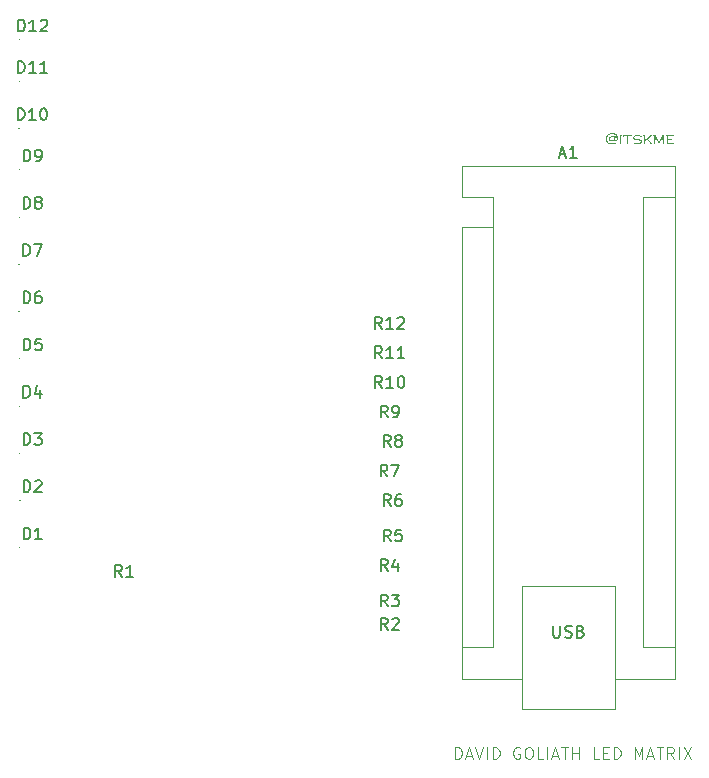
<source format=gbr>
%TF.GenerationSoftware,KiCad,Pcbnew,8.0.3*%
%TF.CreationDate,2024-08-30T12:54:20-04:00*%
%TF.ProjectId,matrix,6d617472-6978-42e6-9b69-6361645f7063,rev?*%
%TF.SameCoordinates,Original*%
%TF.FileFunction,Legend,Top*%
%TF.FilePolarity,Positive*%
%FSLAX46Y46*%
G04 Gerber Fmt 4.6, Leading zero omitted, Abs format (unit mm)*
G04 Created by KiCad (PCBNEW 8.0.3) date 2024-08-30 12:54:20*
%MOMM*%
%LPD*%
G01*
G04 APERTURE LIST*
%ADD10C,0.100000*%
%ADD11C,0.150000*%
%ADD12C,0.120000*%
G04 APERTURE END LIST*
D10*
X84803884Y-134372419D02*
X84803884Y-133372419D01*
X84803884Y-133372419D02*
X85041979Y-133372419D01*
X85041979Y-133372419D02*
X85184836Y-133420038D01*
X85184836Y-133420038D02*
X85280074Y-133515276D01*
X85280074Y-133515276D02*
X85327693Y-133610514D01*
X85327693Y-133610514D02*
X85375312Y-133800990D01*
X85375312Y-133800990D02*
X85375312Y-133943847D01*
X85375312Y-133943847D02*
X85327693Y-134134323D01*
X85327693Y-134134323D02*
X85280074Y-134229561D01*
X85280074Y-134229561D02*
X85184836Y-134324800D01*
X85184836Y-134324800D02*
X85041979Y-134372419D01*
X85041979Y-134372419D02*
X84803884Y-134372419D01*
X85756265Y-134086704D02*
X86232455Y-134086704D01*
X85661027Y-134372419D02*
X85994360Y-133372419D01*
X85994360Y-133372419D02*
X86327693Y-134372419D01*
X86518170Y-133372419D02*
X86851503Y-134372419D01*
X86851503Y-134372419D02*
X87184836Y-133372419D01*
X87518170Y-134372419D02*
X87518170Y-133372419D01*
X87994360Y-134372419D02*
X87994360Y-133372419D01*
X87994360Y-133372419D02*
X88232455Y-133372419D01*
X88232455Y-133372419D02*
X88375312Y-133420038D01*
X88375312Y-133420038D02*
X88470550Y-133515276D01*
X88470550Y-133515276D02*
X88518169Y-133610514D01*
X88518169Y-133610514D02*
X88565788Y-133800990D01*
X88565788Y-133800990D02*
X88565788Y-133943847D01*
X88565788Y-133943847D02*
X88518169Y-134134323D01*
X88518169Y-134134323D02*
X88470550Y-134229561D01*
X88470550Y-134229561D02*
X88375312Y-134324800D01*
X88375312Y-134324800D02*
X88232455Y-134372419D01*
X88232455Y-134372419D02*
X87994360Y-134372419D01*
X90280074Y-133420038D02*
X90184836Y-133372419D01*
X90184836Y-133372419D02*
X90041979Y-133372419D01*
X90041979Y-133372419D02*
X89899122Y-133420038D01*
X89899122Y-133420038D02*
X89803884Y-133515276D01*
X89803884Y-133515276D02*
X89756265Y-133610514D01*
X89756265Y-133610514D02*
X89708646Y-133800990D01*
X89708646Y-133800990D02*
X89708646Y-133943847D01*
X89708646Y-133943847D02*
X89756265Y-134134323D01*
X89756265Y-134134323D02*
X89803884Y-134229561D01*
X89803884Y-134229561D02*
X89899122Y-134324800D01*
X89899122Y-134324800D02*
X90041979Y-134372419D01*
X90041979Y-134372419D02*
X90137217Y-134372419D01*
X90137217Y-134372419D02*
X90280074Y-134324800D01*
X90280074Y-134324800D02*
X90327693Y-134277180D01*
X90327693Y-134277180D02*
X90327693Y-133943847D01*
X90327693Y-133943847D02*
X90137217Y-133943847D01*
X90946741Y-133372419D02*
X91137217Y-133372419D01*
X91137217Y-133372419D02*
X91232455Y-133420038D01*
X91232455Y-133420038D02*
X91327693Y-133515276D01*
X91327693Y-133515276D02*
X91375312Y-133705752D01*
X91375312Y-133705752D02*
X91375312Y-134039085D01*
X91375312Y-134039085D02*
X91327693Y-134229561D01*
X91327693Y-134229561D02*
X91232455Y-134324800D01*
X91232455Y-134324800D02*
X91137217Y-134372419D01*
X91137217Y-134372419D02*
X90946741Y-134372419D01*
X90946741Y-134372419D02*
X90851503Y-134324800D01*
X90851503Y-134324800D02*
X90756265Y-134229561D01*
X90756265Y-134229561D02*
X90708646Y-134039085D01*
X90708646Y-134039085D02*
X90708646Y-133705752D01*
X90708646Y-133705752D02*
X90756265Y-133515276D01*
X90756265Y-133515276D02*
X90851503Y-133420038D01*
X90851503Y-133420038D02*
X90946741Y-133372419D01*
X92280074Y-134372419D02*
X91803884Y-134372419D01*
X91803884Y-134372419D02*
X91803884Y-133372419D01*
X92613408Y-134372419D02*
X92613408Y-133372419D01*
X93041979Y-134086704D02*
X93518169Y-134086704D01*
X92946741Y-134372419D02*
X93280074Y-133372419D01*
X93280074Y-133372419D02*
X93613407Y-134372419D01*
X93803884Y-133372419D02*
X94375312Y-133372419D01*
X94089598Y-134372419D02*
X94089598Y-133372419D01*
X94708646Y-134372419D02*
X94708646Y-133372419D01*
X94708646Y-133848609D02*
X95280074Y-133848609D01*
X95280074Y-134372419D02*
X95280074Y-133372419D01*
X96994360Y-134372419D02*
X96518170Y-134372419D01*
X96518170Y-134372419D02*
X96518170Y-133372419D01*
X97327694Y-133848609D02*
X97661027Y-133848609D01*
X97803884Y-134372419D02*
X97327694Y-134372419D01*
X97327694Y-134372419D02*
X97327694Y-133372419D01*
X97327694Y-133372419D02*
X97803884Y-133372419D01*
X98232456Y-134372419D02*
X98232456Y-133372419D01*
X98232456Y-133372419D02*
X98470551Y-133372419D01*
X98470551Y-133372419D02*
X98613408Y-133420038D01*
X98613408Y-133420038D02*
X98708646Y-133515276D01*
X98708646Y-133515276D02*
X98756265Y-133610514D01*
X98756265Y-133610514D02*
X98803884Y-133800990D01*
X98803884Y-133800990D02*
X98803884Y-133943847D01*
X98803884Y-133943847D02*
X98756265Y-134134323D01*
X98756265Y-134134323D02*
X98708646Y-134229561D01*
X98708646Y-134229561D02*
X98613408Y-134324800D01*
X98613408Y-134324800D02*
X98470551Y-134372419D01*
X98470551Y-134372419D02*
X98232456Y-134372419D01*
X99994361Y-134372419D02*
X99994361Y-133372419D01*
X99994361Y-133372419D02*
X100327694Y-134086704D01*
X100327694Y-134086704D02*
X100661027Y-133372419D01*
X100661027Y-133372419D02*
X100661027Y-134372419D01*
X101089599Y-134086704D02*
X101565789Y-134086704D01*
X100994361Y-134372419D02*
X101327694Y-133372419D01*
X101327694Y-133372419D02*
X101661027Y-134372419D01*
X101851504Y-133372419D02*
X102422932Y-133372419D01*
X102137218Y-134372419D02*
X102137218Y-133372419D01*
X103327694Y-134372419D02*
X102994361Y-133896228D01*
X102756266Y-134372419D02*
X102756266Y-133372419D01*
X102756266Y-133372419D02*
X103137218Y-133372419D01*
X103137218Y-133372419D02*
X103232456Y-133420038D01*
X103232456Y-133420038D02*
X103280075Y-133467657D01*
X103280075Y-133467657D02*
X103327694Y-133562895D01*
X103327694Y-133562895D02*
X103327694Y-133705752D01*
X103327694Y-133705752D02*
X103280075Y-133800990D01*
X103280075Y-133800990D02*
X103232456Y-133848609D01*
X103232456Y-133848609D02*
X103137218Y-133896228D01*
X103137218Y-133896228D02*
X102756266Y-133896228D01*
X103756266Y-134372419D02*
X103756266Y-133372419D01*
X104137218Y-133372419D02*
X104803884Y-134372419D01*
X104803884Y-133372419D02*
X104137218Y-134372419D01*
D11*
G36*
X98163508Y-81378410D02*
G01*
X98213524Y-81384215D01*
X98273018Y-81396912D01*
X98329149Y-81415656D01*
X98381916Y-81440447D01*
X98431320Y-81471284D01*
X98468422Y-81500307D01*
X98506629Y-81537549D01*
X98538361Y-81577987D01*
X98563616Y-81621622D01*
X98582396Y-81668452D01*
X98594700Y-81718479D01*
X98600528Y-81771702D01*
X98601046Y-81793886D01*
X98598715Y-81842685D01*
X98589762Y-81895670D01*
X98574094Y-81942576D01*
X98547328Y-81989617D01*
X98511423Y-82028382D01*
X98505547Y-82033244D01*
X98463886Y-82059804D01*
X98414947Y-82076205D01*
X98375854Y-82079895D01*
X98325640Y-82075759D01*
X98292323Y-82065240D01*
X98253319Y-82034541D01*
X98232972Y-82009309D01*
X98190123Y-82035041D01*
X98143637Y-82054498D01*
X98124040Y-82060844D01*
X98075451Y-82072453D01*
X98026038Y-82078704D01*
X97992637Y-82079895D01*
X97942582Y-82075792D01*
X97894959Y-82061803D01*
X97855129Y-82037885D01*
X97822311Y-82001106D01*
X97802047Y-81952162D01*
X97797487Y-81909413D01*
X97799188Y-81892805D01*
X97890788Y-81892805D01*
X97898115Y-81943180D01*
X97924005Y-81982930D01*
X97968320Y-82009802D01*
X98018527Y-82017369D01*
X98069933Y-82013273D01*
X98120661Y-81999114D01*
X98164663Y-81974843D01*
X98176552Y-81965589D01*
X98211733Y-81927831D01*
X98233458Y-81882099D01*
X98238346Y-81844689D01*
X98232138Y-81795117D01*
X98209548Y-81750842D01*
X98200732Y-81741374D01*
X98158400Y-81715443D01*
X98109904Y-81705471D01*
X98092777Y-81704738D01*
X98042811Y-81710250D01*
X97993833Y-81728837D01*
X97960886Y-81751388D01*
X97925389Y-81788812D01*
X97902248Y-81832389D01*
X97891463Y-81882120D01*
X97890788Y-81892805D01*
X97799188Y-81892805D01*
X97802588Y-81859598D01*
X97817889Y-81812642D01*
X97843392Y-81768545D01*
X97861967Y-81745282D01*
X97900203Y-81709456D01*
X97941722Y-81682540D01*
X97968702Y-81669567D01*
X98017806Y-81652897D01*
X98068765Y-81643921D01*
X98103768Y-81642212D01*
X98156282Y-81647525D01*
X98204738Y-81663464D01*
X98249138Y-81690029D01*
X98272051Y-81709378D01*
X98285729Y-81657843D01*
X98380006Y-81657843D01*
X98300872Y-81986350D01*
X98299651Y-82001493D01*
X98337647Y-82032877D01*
X98342882Y-82033000D01*
X98392925Y-82022258D01*
X98435694Y-81999050D01*
X98469941Y-81963108D01*
X98487718Y-81926510D01*
X98500908Y-81879153D01*
X98506711Y-81826840D01*
X98507013Y-81810983D01*
X98503630Y-81761335D01*
X98491131Y-81707102D01*
X98469422Y-81656843D01*
X98438504Y-81610558D01*
X98410781Y-81579930D01*
X98372753Y-81546841D01*
X98331208Y-81518466D01*
X98286148Y-81494806D01*
X98259595Y-81483698D01*
X98210966Y-81468371D01*
X98161859Y-81458720D01*
X98112276Y-81454747D01*
X98102302Y-81454633D01*
X98050150Y-81457602D01*
X97998839Y-81466508D01*
X97948369Y-81481351D01*
X97898741Y-81502131D01*
X97870760Y-81516671D01*
X97829083Y-81542199D01*
X97785778Y-81575390D01*
X97748200Y-81612250D01*
X97716348Y-81652780D01*
X97697103Y-81683977D01*
X97675497Y-81731193D01*
X97660962Y-81781616D01*
X97653498Y-81835246D01*
X97652407Y-81866427D01*
X97655245Y-81918471D01*
X97663761Y-81967749D01*
X97681472Y-82023230D01*
X97707358Y-82074728D01*
X97741418Y-82122240D01*
X97768667Y-82151702D01*
X97808065Y-82186001D01*
X97850851Y-82214099D01*
X97897023Y-82235995D01*
X97906664Y-82239630D01*
X97957807Y-82254313D01*
X98008282Y-82262878D01*
X98062968Y-82267038D01*
X98088625Y-82267473D01*
X98140584Y-82265042D01*
X98191175Y-82258432D01*
X98211235Y-82254773D01*
X98260353Y-82243365D01*
X98307913Y-82227498D01*
X98318946Y-82222777D01*
X98335310Y-82193956D01*
X98334577Y-82182965D01*
X98348255Y-82178813D01*
X98393684Y-82331465D01*
X98377808Y-82335617D01*
X98342161Y-82301700D01*
X98340928Y-82301667D01*
X98291768Y-82313402D01*
X98252267Y-82324382D01*
X98201558Y-82335588D01*
X98151434Y-82342124D01*
X98097059Y-82345299D01*
X98071528Y-82345631D01*
X98019058Y-82343830D01*
X97969114Y-82338426D01*
X97910237Y-82326605D01*
X97855307Y-82309155D01*
X97804325Y-82286076D01*
X97757290Y-82257368D01*
X97722505Y-82230348D01*
X97683060Y-82191575D01*
X97648499Y-82147794D01*
X97622266Y-82105379D01*
X97599773Y-82059130D01*
X97594033Y-82045212D01*
X97577149Y-81994500D01*
X97565791Y-81943478D01*
X97559959Y-81892146D01*
X97559106Y-81863496D01*
X97561931Y-81810625D01*
X97570406Y-81759540D01*
X97584531Y-81710241D01*
X97604306Y-81662728D01*
X97629732Y-81617001D01*
X97639462Y-81602156D01*
X97674252Y-81557173D01*
X97714143Y-81516930D01*
X97759134Y-81481427D01*
X97800523Y-81455462D01*
X97845454Y-81432789D01*
X97883949Y-81417020D01*
X97932146Y-81401222D01*
X97981208Y-81389304D01*
X98031135Y-81381266D01*
X98081927Y-81377109D01*
X98111339Y-81376475D01*
X98163508Y-81378410D01*
G37*
G36*
X98785205Y-82255017D02*
G01*
X98785205Y-81639036D01*
X98776168Y-81598248D01*
X98741242Y-81579685D01*
X98741242Y-81564054D01*
X98927355Y-81564054D01*
X98927355Y-81579685D01*
X98892184Y-81598248D01*
X98883391Y-81639036D01*
X98883391Y-82255017D01*
X98892184Y-82295561D01*
X98927355Y-82314368D01*
X98927355Y-82330000D01*
X98741242Y-82330000D01*
X98741242Y-82314368D01*
X98776168Y-82295561D01*
X98785205Y-82255017D01*
G37*
G36*
X99446127Y-81642212D02*
G01*
X99446127Y-82255261D01*
X99454675Y-82295561D01*
X99490090Y-82314368D01*
X99490090Y-82330000D01*
X99303733Y-82330000D01*
X99303733Y-82314368D01*
X99338660Y-82295561D01*
X99347697Y-82255261D01*
X99347697Y-81642212D01*
X99097103Y-81642212D01*
X99056559Y-81651737D01*
X99037997Y-81689106D01*
X99019434Y-81689106D01*
X99019434Y-81517159D01*
X99037997Y-81517159D01*
X99056559Y-81554528D01*
X99097103Y-81564054D01*
X99696720Y-81564054D01*
X99737264Y-81554528D01*
X99755826Y-81517159D01*
X99774389Y-81517159D01*
X99774389Y-81689106D01*
X99755826Y-81689106D01*
X99736775Y-81651737D01*
X99696720Y-81642212D01*
X99446127Y-81642212D01*
G37*
G36*
X100596266Y-81603621D02*
G01*
X100520795Y-81752854D01*
X100504187Y-81744549D01*
X100507606Y-81717194D01*
X100470897Y-81681675D01*
X100462909Y-81677383D01*
X100412947Y-81655157D01*
X100364996Y-81640918D01*
X100313096Y-81631541D01*
X100257245Y-81627027D01*
X100232100Y-81626580D01*
X100179573Y-81629099D01*
X100131167Y-81636655D01*
X100081637Y-81651177D01*
X100046720Y-81666880D01*
X100006534Y-81695674D01*
X99977958Y-81738539D01*
X99970516Y-81781186D01*
X99982144Y-81828681D01*
X99989567Y-81840537D01*
X100027766Y-81872361D01*
X100041346Y-81877906D01*
X100090467Y-81889569D01*
X100111200Y-81892072D01*
X100160875Y-81895345D01*
X100210287Y-81897745D01*
X100265691Y-81900072D01*
X100273377Y-81900376D01*
X100327649Y-81902783D01*
X100378616Y-81906589D01*
X100430181Y-81913321D01*
X100479579Y-81925778D01*
X100521284Y-81944096D01*
X100561409Y-81975789D01*
X100585031Y-82009309D01*
X100603326Y-82056928D01*
X100608478Y-82102609D01*
X100603029Y-82152801D01*
X100583870Y-82202844D01*
X100550916Y-82246087D01*
X100521284Y-82271137D01*
X100472360Y-82300163D01*
X100425179Y-82319369D01*
X100373155Y-82333337D01*
X100316289Y-82342066D01*
X100265201Y-82345340D01*
X100243824Y-82345631D01*
X100189713Y-82343127D01*
X100139587Y-82336590D01*
X100088107Y-82325996D01*
X100064794Y-82319986D01*
X100013218Y-82304053D01*
X99963729Y-82285107D01*
X99916326Y-82263146D01*
X99890893Y-82249644D01*
X99874284Y-82242805D01*
X99843510Y-82266741D01*
X99827634Y-82256482D01*
X99914829Y-82110181D01*
X99931437Y-82119951D01*
X99928506Y-82130942D01*
X99925087Y-82148771D01*
X99961299Y-82185494D01*
X99995184Y-82204947D01*
X100039824Y-82226196D01*
X100092684Y-82245430D01*
X100146386Y-82258681D01*
X100200929Y-82265947D01*
X100240404Y-82267473D01*
X100289291Y-82265709D01*
X100340582Y-82259370D01*
X100392445Y-82246728D01*
X100433356Y-82230593D01*
X100473847Y-82203230D01*
X100492463Y-82182233D01*
X100512706Y-82137308D01*
X100514445Y-82118974D01*
X100501230Y-82071736D01*
X100495882Y-82064019D01*
X100456212Y-82033126D01*
X100447034Y-82029581D01*
X100399121Y-82018740D01*
X100384263Y-82016880D01*
X100334193Y-82013155D01*
X100281919Y-82010807D01*
X100253349Y-82009797D01*
X100200715Y-82007233D01*
X100151135Y-82004056D01*
X100100898Y-81999339D01*
X100091172Y-81998073D01*
X100041046Y-81988119D01*
X99999337Y-81974870D01*
X99955318Y-81951963D01*
X99917183Y-81916421D01*
X99910676Y-81907948D01*
X99887636Y-81863001D01*
X99877498Y-81811510D01*
X99876971Y-81795596D01*
X99883245Y-81741283D01*
X99902067Y-81693136D01*
X99933437Y-81651157D01*
X99971179Y-81619484D01*
X99977355Y-81615345D01*
X100024792Y-81589269D01*
X100077559Y-81569597D01*
X100127030Y-81557833D01*
X100180416Y-81550775D01*
X100237718Y-81548422D01*
X100291816Y-81550646D01*
X100346035Y-81557318D01*
X100400375Y-81568438D01*
X100454834Y-81584006D01*
X100509414Y-81604021D01*
X100527634Y-81611681D01*
X100553035Y-81620474D01*
X100579169Y-81595561D01*
X100596266Y-81603621D01*
G37*
G36*
X100873482Y-82034466D02*
G01*
X100873482Y-82255017D01*
X100882274Y-82295561D01*
X100917445Y-82314368D01*
X100917445Y-82330000D01*
X100731332Y-82330000D01*
X100731332Y-82314368D01*
X100766259Y-82295561D01*
X100775296Y-82255017D01*
X100775296Y-81639036D01*
X100766259Y-81598248D01*
X100731332Y-81579685D01*
X100731332Y-81564054D01*
X100917445Y-81564054D01*
X100917445Y-81579685D01*
X100882274Y-81598004D01*
X100873482Y-81637571D01*
X100873482Y-81935547D01*
X101241556Y-81656133D01*
X101279872Y-81625079D01*
X101288206Y-81617299D01*
X101297243Y-81598981D01*
X101272575Y-81579685D01*
X101272575Y-81564054D01*
X101488974Y-81564054D01*
X101488974Y-81579685D01*
X101451116Y-81590188D01*
X101418876Y-81612170D01*
X101111863Y-81852505D01*
X101451849Y-82286036D01*
X101475540Y-82308506D01*
X101504605Y-82314368D01*
X101504605Y-82330000D01*
X101299930Y-82330000D01*
X101299930Y-82314368D01*
X101330216Y-82295806D01*
X101306280Y-82255750D01*
X101039078Y-81909902D01*
X100873482Y-82034466D01*
G37*
G36*
X102046580Y-82330000D02*
G01*
X101719539Y-81682267D01*
X101719539Y-82255017D01*
X101728332Y-82295561D01*
X101763503Y-82314368D01*
X101763503Y-82330000D01*
X101593998Y-82330000D01*
X101593998Y-82314368D01*
X101628925Y-82295561D01*
X101637962Y-82255017D01*
X101637962Y-81639036D01*
X101628925Y-81598248D01*
X101593998Y-81579685D01*
X101593998Y-81564054D01*
X101827494Y-81564054D01*
X101827494Y-81579685D01*
X101793056Y-81609972D01*
X101810153Y-81653447D01*
X102053419Y-82135338D01*
X102297906Y-81653447D01*
X102314515Y-81609972D01*
X102280076Y-81579685D01*
X102280076Y-81564054D01*
X102515771Y-81564054D01*
X102515771Y-81579685D01*
X102480600Y-81598736D01*
X102471807Y-81639036D01*
X102471807Y-82255017D01*
X102480600Y-82295561D01*
X102515771Y-82314368D01*
X102515771Y-82330000D01*
X102329658Y-82330000D01*
X102329658Y-82314368D01*
X102364584Y-82295561D01*
X102373621Y-82255017D01*
X102373621Y-81682267D01*
X102046580Y-82330000D01*
G37*
G36*
X102817655Y-81970474D02*
G01*
X102817655Y-82251842D01*
X103292951Y-82251842D01*
X103333740Y-82242561D01*
X103352058Y-82204947D01*
X103371353Y-82204947D01*
X103371353Y-82376894D01*
X103352058Y-82376894D01*
X103334228Y-82339525D01*
X103293684Y-82330000D01*
X102675505Y-82330000D01*
X102675505Y-82314368D01*
X102710921Y-82295561D01*
X102719469Y-82255017D01*
X102719469Y-81639036D01*
X102710432Y-81598248D01*
X102675505Y-81579685D01*
X102675505Y-81564054D01*
X103288799Y-81564054D01*
X103329344Y-81554528D01*
X103347906Y-81517159D01*
X103366468Y-81517159D01*
X103366468Y-81689106D01*
X103347906Y-81689106D01*
X103329344Y-81651737D01*
X103288799Y-81642212D01*
X102817655Y-81642212D01*
X102817655Y-81892316D01*
X103117829Y-81892316D01*
X103158374Y-81882791D01*
X103176936Y-81845422D01*
X103195498Y-81845422D01*
X103195498Y-82017369D01*
X103176936Y-82017369D01*
X103157885Y-81980000D01*
X103117829Y-81970474D01*
X102817655Y-81970474D01*
G37*
X47770714Y-80284819D02*
X47770714Y-79284819D01*
X47770714Y-79284819D02*
X48008809Y-79284819D01*
X48008809Y-79284819D02*
X48151666Y-79332438D01*
X48151666Y-79332438D02*
X48246904Y-79427676D01*
X48246904Y-79427676D02*
X48294523Y-79522914D01*
X48294523Y-79522914D02*
X48342142Y-79713390D01*
X48342142Y-79713390D02*
X48342142Y-79856247D01*
X48342142Y-79856247D02*
X48294523Y-80046723D01*
X48294523Y-80046723D02*
X48246904Y-80141961D01*
X48246904Y-80141961D02*
X48151666Y-80237200D01*
X48151666Y-80237200D02*
X48008809Y-80284819D01*
X48008809Y-80284819D02*
X47770714Y-80284819D01*
X49294523Y-80284819D02*
X48723095Y-80284819D01*
X49008809Y-80284819D02*
X49008809Y-79284819D01*
X49008809Y-79284819D02*
X48913571Y-79427676D01*
X48913571Y-79427676D02*
X48818333Y-79522914D01*
X48818333Y-79522914D02*
X48723095Y-79570533D01*
X49913571Y-79284819D02*
X50008809Y-79284819D01*
X50008809Y-79284819D02*
X50104047Y-79332438D01*
X50104047Y-79332438D02*
X50151666Y-79380057D01*
X50151666Y-79380057D02*
X50199285Y-79475295D01*
X50199285Y-79475295D02*
X50246904Y-79665771D01*
X50246904Y-79665771D02*
X50246904Y-79903866D01*
X50246904Y-79903866D02*
X50199285Y-80094342D01*
X50199285Y-80094342D02*
X50151666Y-80189580D01*
X50151666Y-80189580D02*
X50104047Y-80237200D01*
X50104047Y-80237200D02*
X50008809Y-80284819D01*
X50008809Y-80284819D02*
X49913571Y-80284819D01*
X49913571Y-80284819D02*
X49818333Y-80237200D01*
X49818333Y-80237200D02*
X49770714Y-80189580D01*
X49770714Y-80189580D02*
X49723095Y-80094342D01*
X49723095Y-80094342D02*
X49675476Y-79903866D01*
X49675476Y-79903866D02*
X49675476Y-79665771D01*
X49675476Y-79665771D02*
X49723095Y-79475295D01*
X49723095Y-79475295D02*
X49770714Y-79380057D01*
X49770714Y-79380057D02*
X49818333Y-79332438D01*
X49818333Y-79332438D02*
X49913571Y-79284819D01*
X47785714Y-76284819D02*
X47785714Y-75284819D01*
X47785714Y-75284819D02*
X48023809Y-75284819D01*
X48023809Y-75284819D02*
X48166666Y-75332438D01*
X48166666Y-75332438D02*
X48261904Y-75427676D01*
X48261904Y-75427676D02*
X48309523Y-75522914D01*
X48309523Y-75522914D02*
X48357142Y-75713390D01*
X48357142Y-75713390D02*
X48357142Y-75856247D01*
X48357142Y-75856247D02*
X48309523Y-76046723D01*
X48309523Y-76046723D02*
X48261904Y-76141961D01*
X48261904Y-76141961D02*
X48166666Y-76237200D01*
X48166666Y-76237200D02*
X48023809Y-76284819D01*
X48023809Y-76284819D02*
X47785714Y-76284819D01*
X49309523Y-76284819D02*
X48738095Y-76284819D01*
X49023809Y-76284819D02*
X49023809Y-75284819D01*
X49023809Y-75284819D02*
X48928571Y-75427676D01*
X48928571Y-75427676D02*
X48833333Y-75522914D01*
X48833333Y-75522914D02*
X48738095Y-75570533D01*
X50261904Y-76284819D02*
X49690476Y-76284819D01*
X49976190Y-76284819D02*
X49976190Y-75284819D01*
X49976190Y-75284819D02*
X49880952Y-75427676D01*
X49880952Y-75427676D02*
X49785714Y-75522914D01*
X49785714Y-75522914D02*
X49690476Y-75570533D01*
X79333333Y-107954819D02*
X79000000Y-107478628D01*
X78761905Y-107954819D02*
X78761905Y-106954819D01*
X78761905Y-106954819D02*
X79142857Y-106954819D01*
X79142857Y-106954819D02*
X79238095Y-107002438D01*
X79238095Y-107002438D02*
X79285714Y-107050057D01*
X79285714Y-107050057D02*
X79333333Y-107145295D01*
X79333333Y-107145295D02*
X79333333Y-107288152D01*
X79333333Y-107288152D02*
X79285714Y-107383390D01*
X79285714Y-107383390D02*
X79238095Y-107431009D01*
X79238095Y-107431009D02*
X79142857Y-107478628D01*
X79142857Y-107478628D02*
X78761905Y-107478628D01*
X79904762Y-107383390D02*
X79809524Y-107335771D01*
X79809524Y-107335771D02*
X79761905Y-107288152D01*
X79761905Y-107288152D02*
X79714286Y-107192914D01*
X79714286Y-107192914D02*
X79714286Y-107145295D01*
X79714286Y-107145295D02*
X79761905Y-107050057D01*
X79761905Y-107050057D02*
X79809524Y-107002438D01*
X79809524Y-107002438D02*
X79904762Y-106954819D01*
X79904762Y-106954819D02*
X80095238Y-106954819D01*
X80095238Y-106954819D02*
X80190476Y-107002438D01*
X80190476Y-107002438D02*
X80238095Y-107050057D01*
X80238095Y-107050057D02*
X80285714Y-107145295D01*
X80285714Y-107145295D02*
X80285714Y-107192914D01*
X80285714Y-107192914D02*
X80238095Y-107288152D01*
X80238095Y-107288152D02*
X80190476Y-107335771D01*
X80190476Y-107335771D02*
X80095238Y-107383390D01*
X80095238Y-107383390D02*
X79904762Y-107383390D01*
X79904762Y-107383390D02*
X79809524Y-107431009D01*
X79809524Y-107431009D02*
X79761905Y-107478628D01*
X79761905Y-107478628D02*
X79714286Y-107573866D01*
X79714286Y-107573866D02*
X79714286Y-107764342D01*
X79714286Y-107764342D02*
X79761905Y-107859580D01*
X79761905Y-107859580D02*
X79809524Y-107907200D01*
X79809524Y-107907200D02*
X79904762Y-107954819D01*
X79904762Y-107954819D02*
X80095238Y-107954819D01*
X80095238Y-107954819D02*
X80190476Y-107907200D01*
X80190476Y-107907200D02*
X80238095Y-107859580D01*
X80238095Y-107859580D02*
X80285714Y-107764342D01*
X80285714Y-107764342D02*
X80285714Y-107573866D01*
X80285714Y-107573866D02*
X80238095Y-107478628D01*
X80238095Y-107478628D02*
X80190476Y-107431009D01*
X80190476Y-107431009D02*
X80095238Y-107383390D01*
X79083333Y-118454819D02*
X78750000Y-117978628D01*
X78511905Y-118454819D02*
X78511905Y-117454819D01*
X78511905Y-117454819D02*
X78892857Y-117454819D01*
X78892857Y-117454819D02*
X78988095Y-117502438D01*
X78988095Y-117502438D02*
X79035714Y-117550057D01*
X79035714Y-117550057D02*
X79083333Y-117645295D01*
X79083333Y-117645295D02*
X79083333Y-117788152D01*
X79083333Y-117788152D02*
X79035714Y-117883390D01*
X79035714Y-117883390D02*
X78988095Y-117931009D01*
X78988095Y-117931009D02*
X78892857Y-117978628D01*
X78892857Y-117978628D02*
X78511905Y-117978628D01*
X79940476Y-117788152D02*
X79940476Y-118454819D01*
X79702381Y-117407200D02*
X79464286Y-118121485D01*
X79464286Y-118121485D02*
X80083333Y-118121485D01*
X79333333Y-115954819D02*
X79000000Y-115478628D01*
X78761905Y-115954819D02*
X78761905Y-114954819D01*
X78761905Y-114954819D02*
X79142857Y-114954819D01*
X79142857Y-114954819D02*
X79238095Y-115002438D01*
X79238095Y-115002438D02*
X79285714Y-115050057D01*
X79285714Y-115050057D02*
X79333333Y-115145295D01*
X79333333Y-115145295D02*
X79333333Y-115288152D01*
X79333333Y-115288152D02*
X79285714Y-115383390D01*
X79285714Y-115383390D02*
X79238095Y-115431009D01*
X79238095Y-115431009D02*
X79142857Y-115478628D01*
X79142857Y-115478628D02*
X78761905Y-115478628D01*
X80238095Y-114954819D02*
X79761905Y-114954819D01*
X79761905Y-114954819D02*
X79714286Y-115431009D01*
X79714286Y-115431009D02*
X79761905Y-115383390D01*
X79761905Y-115383390D02*
X79857143Y-115335771D01*
X79857143Y-115335771D02*
X80095238Y-115335771D01*
X80095238Y-115335771D02*
X80190476Y-115383390D01*
X80190476Y-115383390D02*
X80238095Y-115431009D01*
X80238095Y-115431009D02*
X80285714Y-115526247D01*
X80285714Y-115526247D02*
X80285714Y-115764342D01*
X80285714Y-115764342D02*
X80238095Y-115859580D01*
X80238095Y-115859580D02*
X80190476Y-115907200D01*
X80190476Y-115907200D02*
X80095238Y-115954819D01*
X80095238Y-115954819D02*
X79857143Y-115954819D01*
X79857143Y-115954819D02*
X79761905Y-115907200D01*
X79761905Y-115907200D02*
X79714286Y-115859580D01*
X79333333Y-112954819D02*
X79000000Y-112478628D01*
X78761905Y-112954819D02*
X78761905Y-111954819D01*
X78761905Y-111954819D02*
X79142857Y-111954819D01*
X79142857Y-111954819D02*
X79238095Y-112002438D01*
X79238095Y-112002438D02*
X79285714Y-112050057D01*
X79285714Y-112050057D02*
X79333333Y-112145295D01*
X79333333Y-112145295D02*
X79333333Y-112288152D01*
X79333333Y-112288152D02*
X79285714Y-112383390D01*
X79285714Y-112383390D02*
X79238095Y-112431009D01*
X79238095Y-112431009D02*
X79142857Y-112478628D01*
X79142857Y-112478628D02*
X78761905Y-112478628D01*
X80190476Y-111954819D02*
X80000000Y-111954819D01*
X80000000Y-111954819D02*
X79904762Y-112002438D01*
X79904762Y-112002438D02*
X79857143Y-112050057D01*
X79857143Y-112050057D02*
X79761905Y-112192914D01*
X79761905Y-112192914D02*
X79714286Y-112383390D01*
X79714286Y-112383390D02*
X79714286Y-112764342D01*
X79714286Y-112764342D02*
X79761905Y-112859580D01*
X79761905Y-112859580D02*
X79809524Y-112907200D01*
X79809524Y-112907200D02*
X79904762Y-112954819D01*
X79904762Y-112954819D02*
X80095238Y-112954819D01*
X80095238Y-112954819D02*
X80190476Y-112907200D01*
X80190476Y-112907200D02*
X80238095Y-112859580D01*
X80238095Y-112859580D02*
X80285714Y-112764342D01*
X80285714Y-112764342D02*
X80285714Y-112526247D01*
X80285714Y-112526247D02*
X80238095Y-112431009D01*
X80238095Y-112431009D02*
X80190476Y-112383390D01*
X80190476Y-112383390D02*
X80095238Y-112335771D01*
X80095238Y-112335771D02*
X79904762Y-112335771D01*
X79904762Y-112335771D02*
X79809524Y-112383390D01*
X79809524Y-112383390D02*
X79761905Y-112431009D01*
X79761905Y-112431009D02*
X79714286Y-112526247D01*
X48261905Y-87784819D02*
X48261905Y-86784819D01*
X48261905Y-86784819D02*
X48500000Y-86784819D01*
X48500000Y-86784819D02*
X48642857Y-86832438D01*
X48642857Y-86832438D02*
X48738095Y-86927676D01*
X48738095Y-86927676D02*
X48785714Y-87022914D01*
X48785714Y-87022914D02*
X48833333Y-87213390D01*
X48833333Y-87213390D02*
X48833333Y-87356247D01*
X48833333Y-87356247D02*
X48785714Y-87546723D01*
X48785714Y-87546723D02*
X48738095Y-87641961D01*
X48738095Y-87641961D02*
X48642857Y-87737200D01*
X48642857Y-87737200D02*
X48500000Y-87784819D01*
X48500000Y-87784819D02*
X48261905Y-87784819D01*
X49404762Y-87213390D02*
X49309524Y-87165771D01*
X49309524Y-87165771D02*
X49261905Y-87118152D01*
X49261905Y-87118152D02*
X49214286Y-87022914D01*
X49214286Y-87022914D02*
X49214286Y-86975295D01*
X49214286Y-86975295D02*
X49261905Y-86880057D01*
X49261905Y-86880057D02*
X49309524Y-86832438D01*
X49309524Y-86832438D02*
X49404762Y-86784819D01*
X49404762Y-86784819D02*
X49595238Y-86784819D01*
X49595238Y-86784819D02*
X49690476Y-86832438D01*
X49690476Y-86832438D02*
X49738095Y-86880057D01*
X49738095Y-86880057D02*
X49785714Y-86975295D01*
X49785714Y-86975295D02*
X49785714Y-87022914D01*
X49785714Y-87022914D02*
X49738095Y-87118152D01*
X49738095Y-87118152D02*
X49690476Y-87165771D01*
X49690476Y-87165771D02*
X49595238Y-87213390D01*
X49595238Y-87213390D02*
X49404762Y-87213390D01*
X49404762Y-87213390D02*
X49309524Y-87261009D01*
X49309524Y-87261009D02*
X49261905Y-87308628D01*
X49261905Y-87308628D02*
X49214286Y-87403866D01*
X49214286Y-87403866D02*
X49214286Y-87594342D01*
X49214286Y-87594342D02*
X49261905Y-87689580D01*
X49261905Y-87689580D02*
X49309524Y-87737200D01*
X49309524Y-87737200D02*
X49404762Y-87784819D01*
X49404762Y-87784819D02*
X49595238Y-87784819D01*
X49595238Y-87784819D02*
X49690476Y-87737200D01*
X49690476Y-87737200D02*
X49738095Y-87689580D01*
X49738095Y-87689580D02*
X49785714Y-87594342D01*
X49785714Y-87594342D02*
X49785714Y-87403866D01*
X49785714Y-87403866D02*
X49738095Y-87308628D01*
X49738095Y-87308628D02*
X49690476Y-87261009D01*
X49690476Y-87261009D02*
X49595238Y-87213390D01*
X78607142Y-102954819D02*
X78273809Y-102478628D01*
X78035714Y-102954819D02*
X78035714Y-101954819D01*
X78035714Y-101954819D02*
X78416666Y-101954819D01*
X78416666Y-101954819D02*
X78511904Y-102002438D01*
X78511904Y-102002438D02*
X78559523Y-102050057D01*
X78559523Y-102050057D02*
X78607142Y-102145295D01*
X78607142Y-102145295D02*
X78607142Y-102288152D01*
X78607142Y-102288152D02*
X78559523Y-102383390D01*
X78559523Y-102383390D02*
X78511904Y-102431009D01*
X78511904Y-102431009D02*
X78416666Y-102478628D01*
X78416666Y-102478628D02*
X78035714Y-102478628D01*
X79559523Y-102954819D02*
X78988095Y-102954819D01*
X79273809Y-102954819D02*
X79273809Y-101954819D01*
X79273809Y-101954819D02*
X79178571Y-102097676D01*
X79178571Y-102097676D02*
X79083333Y-102192914D01*
X79083333Y-102192914D02*
X78988095Y-102240533D01*
X80178571Y-101954819D02*
X80273809Y-101954819D01*
X80273809Y-101954819D02*
X80369047Y-102002438D01*
X80369047Y-102002438D02*
X80416666Y-102050057D01*
X80416666Y-102050057D02*
X80464285Y-102145295D01*
X80464285Y-102145295D02*
X80511904Y-102335771D01*
X80511904Y-102335771D02*
X80511904Y-102573866D01*
X80511904Y-102573866D02*
X80464285Y-102764342D01*
X80464285Y-102764342D02*
X80416666Y-102859580D01*
X80416666Y-102859580D02*
X80369047Y-102907200D01*
X80369047Y-102907200D02*
X80273809Y-102954819D01*
X80273809Y-102954819D02*
X80178571Y-102954819D01*
X80178571Y-102954819D02*
X80083333Y-102907200D01*
X80083333Y-102907200D02*
X80035714Y-102859580D01*
X80035714Y-102859580D02*
X79988095Y-102764342D01*
X79988095Y-102764342D02*
X79940476Y-102573866D01*
X79940476Y-102573866D02*
X79940476Y-102335771D01*
X79940476Y-102335771D02*
X79988095Y-102145295D01*
X79988095Y-102145295D02*
X80035714Y-102050057D01*
X80035714Y-102050057D02*
X80083333Y-102002438D01*
X80083333Y-102002438D02*
X80178571Y-101954819D01*
X48261905Y-115784819D02*
X48261905Y-114784819D01*
X48261905Y-114784819D02*
X48500000Y-114784819D01*
X48500000Y-114784819D02*
X48642857Y-114832438D01*
X48642857Y-114832438D02*
X48738095Y-114927676D01*
X48738095Y-114927676D02*
X48785714Y-115022914D01*
X48785714Y-115022914D02*
X48833333Y-115213390D01*
X48833333Y-115213390D02*
X48833333Y-115356247D01*
X48833333Y-115356247D02*
X48785714Y-115546723D01*
X48785714Y-115546723D02*
X48738095Y-115641961D01*
X48738095Y-115641961D02*
X48642857Y-115737200D01*
X48642857Y-115737200D02*
X48500000Y-115784819D01*
X48500000Y-115784819D02*
X48261905Y-115784819D01*
X49785714Y-115784819D02*
X49214286Y-115784819D01*
X49500000Y-115784819D02*
X49500000Y-114784819D01*
X49500000Y-114784819D02*
X49404762Y-114927676D01*
X49404762Y-114927676D02*
X49309524Y-115022914D01*
X49309524Y-115022914D02*
X49214286Y-115070533D01*
X93650714Y-83179104D02*
X94126904Y-83179104D01*
X93555476Y-83464819D02*
X93888809Y-82464819D01*
X93888809Y-82464819D02*
X94222142Y-83464819D01*
X95079285Y-83464819D02*
X94507857Y-83464819D01*
X94793571Y-83464819D02*
X94793571Y-82464819D01*
X94793571Y-82464819D02*
X94698333Y-82607676D01*
X94698333Y-82607676D02*
X94603095Y-82702914D01*
X94603095Y-82702914D02*
X94507857Y-82750533D01*
X93103095Y-123104819D02*
X93103095Y-123914342D01*
X93103095Y-123914342D02*
X93150714Y-124009580D01*
X93150714Y-124009580D02*
X93198333Y-124057200D01*
X93198333Y-124057200D02*
X93293571Y-124104819D01*
X93293571Y-124104819D02*
X93484047Y-124104819D01*
X93484047Y-124104819D02*
X93579285Y-124057200D01*
X93579285Y-124057200D02*
X93626904Y-124009580D01*
X93626904Y-124009580D02*
X93674523Y-123914342D01*
X93674523Y-123914342D02*
X93674523Y-123104819D01*
X94103095Y-124057200D02*
X94245952Y-124104819D01*
X94245952Y-124104819D02*
X94484047Y-124104819D01*
X94484047Y-124104819D02*
X94579285Y-124057200D01*
X94579285Y-124057200D02*
X94626904Y-124009580D01*
X94626904Y-124009580D02*
X94674523Y-123914342D01*
X94674523Y-123914342D02*
X94674523Y-123819104D01*
X94674523Y-123819104D02*
X94626904Y-123723866D01*
X94626904Y-123723866D02*
X94579285Y-123676247D01*
X94579285Y-123676247D02*
X94484047Y-123628628D01*
X94484047Y-123628628D02*
X94293571Y-123581009D01*
X94293571Y-123581009D02*
X94198333Y-123533390D01*
X94198333Y-123533390D02*
X94150714Y-123485771D01*
X94150714Y-123485771D02*
X94103095Y-123390533D01*
X94103095Y-123390533D02*
X94103095Y-123295295D01*
X94103095Y-123295295D02*
X94150714Y-123200057D01*
X94150714Y-123200057D02*
X94198333Y-123152438D01*
X94198333Y-123152438D02*
X94293571Y-123104819D01*
X94293571Y-123104819D02*
X94531666Y-123104819D01*
X94531666Y-123104819D02*
X94674523Y-123152438D01*
X95436428Y-123581009D02*
X95579285Y-123628628D01*
X95579285Y-123628628D02*
X95626904Y-123676247D01*
X95626904Y-123676247D02*
X95674523Y-123771485D01*
X95674523Y-123771485D02*
X95674523Y-123914342D01*
X95674523Y-123914342D02*
X95626904Y-124009580D01*
X95626904Y-124009580D02*
X95579285Y-124057200D01*
X95579285Y-124057200D02*
X95484047Y-124104819D01*
X95484047Y-124104819D02*
X95103095Y-124104819D01*
X95103095Y-124104819D02*
X95103095Y-123104819D01*
X95103095Y-123104819D02*
X95436428Y-123104819D01*
X95436428Y-123104819D02*
X95531666Y-123152438D01*
X95531666Y-123152438D02*
X95579285Y-123200057D01*
X95579285Y-123200057D02*
X95626904Y-123295295D01*
X95626904Y-123295295D02*
X95626904Y-123390533D01*
X95626904Y-123390533D02*
X95579285Y-123485771D01*
X95579285Y-123485771D02*
X95531666Y-123533390D01*
X95531666Y-123533390D02*
X95436428Y-123581009D01*
X95436428Y-123581009D02*
X95103095Y-123581009D01*
X48276905Y-99784819D02*
X48276905Y-98784819D01*
X48276905Y-98784819D02*
X48515000Y-98784819D01*
X48515000Y-98784819D02*
X48657857Y-98832438D01*
X48657857Y-98832438D02*
X48753095Y-98927676D01*
X48753095Y-98927676D02*
X48800714Y-99022914D01*
X48800714Y-99022914D02*
X48848333Y-99213390D01*
X48848333Y-99213390D02*
X48848333Y-99356247D01*
X48848333Y-99356247D02*
X48800714Y-99546723D01*
X48800714Y-99546723D02*
X48753095Y-99641961D01*
X48753095Y-99641961D02*
X48657857Y-99737200D01*
X48657857Y-99737200D02*
X48515000Y-99784819D01*
X48515000Y-99784819D02*
X48276905Y-99784819D01*
X49753095Y-98784819D02*
X49276905Y-98784819D01*
X49276905Y-98784819D02*
X49229286Y-99261009D01*
X49229286Y-99261009D02*
X49276905Y-99213390D01*
X49276905Y-99213390D02*
X49372143Y-99165771D01*
X49372143Y-99165771D02*
X49610238Y-99165771D01*
X49610238Y-99165771D02*
X49705476Y-99213390D01*
X49705476Y-99213390D02*
X49753095Y-99261009D01*
X49753095Y-99261009D02*
X49800714Y-99356247D01*
X49800714Y-99356247D02*
X49800714Y-99594342D01*
X49800714Y-99594342D02*
X49753095Y-99689580D01*
X49753095Y-99689580D02*
X49705476Y-99737200D01*
X49705476Y-99737200D02*
X49610238Y-99784819D01*
X49610238Y-99784819D02*
X49372143Y-99784819D01*
X49372143Y-99784819D02*
X49276905Y-99737200D01*
X49276905Y-99737200D02*
X49229286Y-99689580D01*
X78582142Y-97954819D02*
X78248809Y-97478628D01*
X78010714Y-97954819D02*
X78010714Y-96954819D01*
X78010714Y-96954819D02*
X78391666Y-96954819D01*
X78391666Y-96954819D02*
X78486904Y-97002438D01*
X78486904Y-97002438D02*
X78534523Y-97050057D01*
X78534523Y-97050057D02*
X78582142Y-97145295D01*
X78582142Y-97145295D02*
X78582142Y-97288152D01*
X78582142Y-97288152D02*
X78534523Y-97383390D01*
X78534523Y-97383390D02*
X78486904Y-97431009D01*
X78486904Y-97431009D02*
X78391666Y-97478628D01*
X78391666Y-97478628D02*
X78010714Y-97478628D01*
X79534523Y-97954819D02*
X78963095Y-97954819D01*
X79248809Y-97954819D02*
X79248809Y-96954819D01*
X79248809Y-96954819D02*
X79153571Y-97097676D01*
X79153571Y-97097676D02*
X79058333Y-97192914D01*
X79058333Y-97192914D02*
X78963095Y-97240533D01*
X79915476Y-97050057D02*
X79963095Y-97002438D01*
X79963095Y-97002438D02*
X80058333Y-96954819D01*
X80058333Y-96954819D02*
X80296428Y-96954819D01*
X80296428Y-96954819D02*
X80391666Y-97002438D01*
X80391666Y-97002438D02*
X80439285Y-97050057D01*
X80439285Y-97050057D02*
X80486904Y-97145295D01*
X80486904Y-97145295D02*
X80486904Y-97240533D01*
X80486904Y-97240533D02*
X80439285Y-97383390D01*
X80439285Y-97383390D02*
X79867857Y-97954819D01*
X79867857Y-97954819D02*
X80486904Y-97954819D01*
X48276905Y-111784819D02*
X48276905Y-110784819D01*
X48276905Y-110784819D02*
X48515000Y-110784819D01*
X48515000Y-110784819D02*
X48657857Y-110832438D01*
X48657857Y-110832438D02*
X48753095Y-110927676D01*
X48753095Y-110927676D02*
X48800714Y-111022914D01*
X48800714Y-111022914D02*
X48848333Y-111213390D01*
X48848333Y-111213390D02*
X48848333Y-111356247D01*
X48848333Y-111356247D02*
X48800714Y-111546723D01*
X48800714Y-111546723D02*
X48753095Y-111641961D01*
X48753095Y-111641961D02*
X48657857Y-111737200D01*
X48657857Y-111737200D02*
X48515000Y-111784819D01*
X48515000Y-111784819D02*
X48276905Y-111784819D01*
X49229286Y-110880057D02*
X49276905Y-110832438D01*
X49276905Y-110832438D02*
X49372143Y-110784819D01*
X49372143Y-110784819D02*
X49610238Y-110784819D01*
X49610238Y-110784819D02*
X49705476Y-110832438D01*
X49705476Y-110832438D02*
X49753095Y-110880057D01*
X49753095Y-110880057D02*
X49800714Y-110975295D01*
X49800714Y-110975295D02*
X49800714Y-111070533D01*
X49800714Y-111070533D02*
X49753095Y-111213390D01*
X49753095Y-111213390D02*
X49181667Y-111784819D01*
X49181667Y-111784819D02*
X49800714Y-111784819D01*
X48276905Y-107784819D02*
X48276905Y-106784819D01*
X48276905Y-106784819D02*
X48515000Y-106784819D01*
X48515000Y-106784819D02*
X48657857Y-106832438D01*
X48657857Y-106832438D02*
X48753095Y-106927676D01*
X48753095Y-106927676D02*
X48800714Y-107022914D01*
X48800714Y-107022914D02*
X48848333Y-107213390D01*
X48848333Y-107213390D02*
X48848333Y-107356247D01*
X48848333Y-107356247D02*
X48800714Y-107546723D01*
X48800714Y-107546723D02*
X48753095Y-107641961D01*
X48753095Y-107641961D02*
X48657857Y-107737200D01*
X48657857Y-107737200D02*
X48515000Y-107784819D01*
X48515000Y-107784819D02*
X48276905Y-107784819D01*
X49181667Y-106784819D02*
X49800714Y-106784819D01*
X49800714Y-106784819D02*
X49467381Y-107165771D01*
X49467381Y-107165771D02*
X49610238Y-107165771D01*
X49610238Y-107165771D02*
X49705476Y-107213390D01*
X49705476Y-107213390D02*
X49753095Y-107261009D01*
X49753095Y-107261009D02*
X49800714Y-107356247D01*
X49800714Y-107356247D02*
X49800714Y-107594342D01*
X49800714Y-107594342D02*
X49753095Y-107689580D01*
X49753095Y-107689580D02*
X49705476Y-107737200D01*
X49705476Y-107737200D02*
X49610238Y-107784819D01*
X49610238Y-107784819D02*
X49324524Y-107784819D01*
X49324524Y-107784819D02*
X49229286Y-107737200D01*
X49229286Y-107737200D02*
X49181667Y-107689580D01*
X79083333Y-123454819D02*
X78750000Y-122978628D01*
X78511905Y-123454819D02*
X78511905Y-122454819D01*
X78511905Y-122454819D02*
X78892857Y-122454819D01*
X78892857Y-122454819D02*
X78988095Y-122502438D01*
X78988095Y-122502438D02*
X79035714Y-122550057D01*
X79035714Y-122550057D02*
X79083333Y-122645295D01*
X79083333Y-122645295D02*
X79083333Y-122788152D01*
X79083333Y-122788152D02*
X79035714Y-122883390D01*
X79035714Y-122883390D02*
X78988095Y-122931009D01*
X78988095Y-122931009D02*
X78892857Y-122978628D01*
X78892857Y-122978628D02*
X78511905Y-122978628D01*
X79464286Y-122550057D02*
X79511905Y-122502438D01*
X79511905Y-122502438D02*
X79607143Y-122454819D01*
X79607143Y-122454819D02*
X79845238Y-122454819D01*
X79845238Y-122454819D02*
X79940476Y-122502438D01*
X79940476Y-122502438D02*
X79988095Y-122550057D01*
X79988095Y-122550057D02*
X80035714Y-122645295D01*
X80035714Y-122645295D02*
X80035714Y-122740533D01*
X80035714Y-122740533D02*
X79988095Y-122883390D01*
X79988095Y-122883390D02*
X79416667Y-123454819D01*
X79416667Y-123454819D02*
X80035714Y-123454819D01*
X48246905Y-91784819D02*
X48246905Y-90784819D01*
X48246905Y-90784819D02*
X48485000Y-90784819D01*
X48485000Y-90784819D02*
X48627857Y-90832438D01*
X48627857Y-90832438D02*
X48723095Y-90927676D01*
X48723095Y-90927676D02*
X48770714Y-91022914D01*
X48770714Y-91022914D02*
X48818333Y-91213390D01*
X48818333Y-91213390D02*
X48818333Y-91356247D01*
X48818333Y-91356247D02*
X48770714Y-91546723D01*
X48770714Y-91546723D02*
X48723095Y-91641961D01*
X48723095Y-91641961D02*
X48627857Y-91737200D01*
X48627857Y-91737200D02*
X48485000Y-91784819D01*
X48485000Y-91784819D02*
X48246905Y-91784819D01*
X49151667Y-90784819D02*
X49818333Y-90784819D01*
X49818333Y-90784819D02*
X49389762Y-91784819D01*
X79083333Y-105454819D02*
X78750000Y-104978628D01*
X78511905Y-105454819D02*
X78511905Y-104454819D01*
X78511905Y-104454819D02*
X78892857Y-104454819D01*
X78892857Y-104454819D02*
X78988095Y-104502438D01*
X78988095Y-104502438D02*
X79035714Y-104550057D01*
X79035714Y-104550057D02*
X79083333Y-104645295D01*
X79083333Y-104645295D02*
X79083333Y-104788152D01*
X79083333Y-104788152D02*
X79035714Y-104883390D01*
X79035714Y-104883390D02*
X78988095Y-104931009D01*
X78988095Y-104931009D02*
X78892857Y-104978628D01*
X78892857Y-104978628D02*
X78511905Y-104978628D01*
X79559524Y-105454819D02*
X79750000Y-105454819D01*
X79750000Y-105454819D02*
X79845238Y-105407200D01*
X79845238Y-105407200D02*
X79892857Y-105359580D01*
X79892857Y-105359580D02*
X79988095Y-105216723D01*
X79988095Y-105216723D02*
X80035714Y-105026247D01*
X80035714Y-105026247D02*
X80035714Y-104645295D01*
X80035714Y-104645295D02*
X79988095Y-104550057D01*
X79988095Y-104550057D02*
X79940476Y-104502438D01*
X79940476Y-104502438D02*
X79845238Y-104454819D01*
X79845238Y-104454819D02*
X79654762Y-104454819D01*
X79654762Y-104454819D02*
X79559524Y-104502438D01*
X79559524Y-104502438D02*
X79511905Y-104550057D01*
X79511905Y-104550057D02*
X79464286Y-104645295D01*
X79464286Y-104645295D02*
X79464286Y-104883390D01*
X79464286Y-104883390D02*
X79511905Y-104978628D01*
X79511905Y-104978628D02*
X79559524Y-105026247D01*
X79559524Y-105026247D02*
X79654762Y-105073866D01*
X79654762Y-105073866D02*
X79845238Y-105073866D01*
X79845238Y-105073866D02*
X79940476Y-105026247D01*
X79940476Y-105026247D02*
X79988095Y-104978628D01*
X79988095Y-104978628D02*
X80035714Y-104883390D01*
X78607142Y-100454819D02*
X78273809Y-99978628D01*
X78035714Y-100454819D02*
X78035714Y-99454819D01*
X78035714Y-99454819D02*
X78416666Y-99454819D01*
X78416666Y-99454819D02*
X78511904Y-99502438D01*
X78511904Y-99502438D02*
X78559523Y-99550057D01*
X78559523Y-99550057D02*
X78607142Y-99645295D01*
X78607142Y-99645295D02*
X78607142Y-99788152D01*
X78607142Y-99788152D02*
X78559523Y-99883390D01*
X78559523Y-99883390D02*
X78511904Y-99931009D01*
X78511904Y-99931009D02*
X78416666Y-99978628D01*
X78416666Y-99978628D02*
X78035714Y-99978628D01*
X79559523Y-100454819D02*
X78988095Y-100454819D01*
X79273809Y-100454819D02*
X79273809Y-99454819D01*
X79273809Y-99454819D02*
X79178571Y-99597676D01*
X79178571Y-99597676D02*
X79083333Y-99692914D01*
X79083333Y-99692914D02*
X78988095Y-99740533D01*
X80511904Y-100454819D02*
X79940476Y-100454819D01*
X80226190Y-100454819D02*
X80226190Y-99454819D01*
X80226190Y-99454819D02*
X80130952Y-99597676D01*
X80130952Y-99597676D02*
X80035714Y-99692914D01*
X80035714Y-99692914D02*
X79940476Y-99740533D01*
X48261905Y-95784819D02*
X48261905Y-94784819D01*
X48261905Y-94784819D02*
X48500000Y-94784819D01*
X48500000Y-94784819D02*
X48642857Y-94832438D01*
X48642857Y-94832438D02*
X48738095Y-94927676D01*
X48738095Y-94927676D02*
X48785714Y-95022914D01*
X48785714Y-95022914D02*
X48833333Y-95213390D01*
X48833333Y-95213390D02*
X48833333Y-95356247D01*
X48833333Y-95356247D02*
X48785714Y-95546723D01*
X48785714Y-95546723D02*
X48738095Y-95641961D01*
X48738095Y-95641961D02*
X48642857Y-95737200D01*
X48642857Y-95737200D02*
X48500000Y-95784819D01*
X48500000Y-95784819D02*
X48261905Y-95784819D01*
X49690476Y-94784819D02*
X49500000Y-94784819D01*
X49500000Y-94784819D02*
X49404762Y-94832438D01*
X49404762Y-94832438D02*
X49357143Y-94880057D01*
X49357143Y-94880057D02*
X49261905Y-95022914D01*
X49261905Y-95022914D02*
X49214286Y-95213390D01*
X49214286Y-95213390D02*
X49214286Y-95594342D01*
X49214286Y-95594342D02*
X49261905Y-95689580D01*
X49261905Y-95689580D02*
X49309524Y-95737200D01*
X49309524Y-95737200D02*
X49404762Y-95784819D01*
X49404762Y-95784819D02*
X49595238Y-95784819D01*
X49595238Y-95784819D02*
X49690476Y-95737200D01*
X49690476Y-95737200D02*
X49738095Y-95689580D01*
X49738095Y-95689580D02*
X49785714Y-95594342D01*
X49785714Y-95594342D02*
X49785714Y-95356247D01*
X49785714Y-95356247D02*
X49738095Y-95261009D01*
X49738095Y-95261009D02*
X49690476Y-95213390D01*
X49690476Y-95213390D02*
X49595238Y-95165771D01*
X49595238Y-95165771D02*
X49404762Y-95165771D01*
X49404762Y-95165771D02*
X49309524Y-95213390D01*
X49309524Y-95213390D02*
X49261905Y-95261009D01*
X49261905Y-95261009D02*
X49214286Y-95356247D01*
X56583333Y-118954819D02*
X56250000Y-118478628D01*
X56011905Y-118954819D02*
X56011905Y-117954819D01*
X56011905Y-117954819D02*
X56392857Y-117954819D01*
X56392857Y-117954819D02*
X56488095Y-118002438D01*
X56488095Y-118002438D02*
X56535714Y-118050057D01*
X56535714Y-118050057D02*
X56583333Y-118145295D01*
X56583333Y-118145295D02*
X56583333Y-118288152D01*
X56583333Y-118288152D02*
X56535714Y-118383390D01*
X56535714Y-118383390D02*
X56488095Y-118431009D01*
X56488095Y-118431009D02*
X56392857Y-118478628D01*
X56392857Y-118478628D02*
X56011905Y-118478628D01*
X57535714Y-118954819D02*
X56964286Y-118954819D01*
X57250000Y-118954819D02*
X57250000Y-117954819D01*
X57250000Y-117954819D02*
X57154762Y-118097676D01*
X57154762Y-118097676D02*
X57059524Y-118192914D01*
X57059524Y-118192914D02*
X56964286Y-118240533D01*
X47800714Y-72784819D02*
X47800714Y-71784819D01*
X47800714Y-71784819D02*
X48038809Y-71784819D01*
X48038809Y-71784819D02*
X48181666Y-71832438D01*
X48181666Y-71832438D02*
X48276904Y-71927676D01*
X48276904Y-71927676D02*
X48324523Y-72022914D01*
X48324523Y-72022914D02*
X48372142Y-72213390D01*
X48372142Y-72213390D02*
X48372142Y-72356247D01*
X48372142Y-72356247D02*
X48324523Y-72546723D01*
X48324523Y-72546723D02*
X48276904Y-72641961D01*
X48276904Y-72641961D02*
X48181666Y-72737200D01*
X48181666Y-72737200D02*
X48038809Y-72784819D01*
X48038809Y-72784819D02*
X47800714Y-72784819D01*
X49324523Y-72784819D02*
X48753095Y-72784819D01*
X49038809Y-72784819D02*
X49038809Y-71784819D01*
X49038809Y-71784819D02*
X48943571Y-71927676D01*
X48943571Y-71927676D02*
X48848333Y-72022914D01*
X48848333Y-72022914D02*
X48753095Y-72070533D01*
X49705476Y-71880057D02*
X49753095Y-71832438D01*
X49753095Y-71832438D02*
X49848333Y-71784819D01*
X49848333Y-71784819D02*
X50086428Y-71784819D01*
X50086428Y-71784819D02*
X50181666Y-71832438D01*
X50181666Y-71832438D02*
X50229285Y-71880057D01*
X50229285Y-71880057D02*
X50276904Y-71975295D01*
X50276904Y-71975295D02*
X50276904Y-72070533D01*
X50276904Y-72070533D02*
X50229285Y-72213390D01*
X50229285Y-72213390D02*
X49657857Y-72784819D01*
X49657857Y-72784819D02*
X50276904Y-72784819D01*
X79083333Y-121454819D02*
X78750000Y-120978628D01*
X78511905Y-121454819D02*
X78511905Y-120454819D01*
X78511905Y-120454819D02*
X78892857Y-120454819D01*
X78892857Y-120454819D02*
X78988095Y-120502438D01*
X78988095Y-120502438D02*
X79035714Y-120550057D01*
X79035714Y-120550057D02*
X79083333Y-120645295D01*
X79083333Y-120645295D02*
X79083333Y-120788152D01*
X79083333Y-120788152D02*
X79035714Y-120883390D01*
X79035714Y-120883390D02*
X78988095Y-120931009D01*
X78988095Y-120931009D02*
X78892857Y-120978628D01*
X78892857Y-120978628D02*
X78511905Y-120978628D01*
X79416667Y-120454819D02*
X80035714Y-120454819D01*
X80035714Y-120454819D02*
X79702381Y-120835771D01*
X79702381Y-120835771D02*
X79845238Y-120835771D01*
X79845238Y-120835771D02*
X79940476Y-120883390D01*
X79940476Y-120883390D02*
X79988095Y-120931009D01*
X79988095Y-120931009D02*
X80035714Y-121026247D01*
X80035714Y-121026247D02*
X80035714Y-121264342D01*
X80035714Y-121264342D02*
X79988095Y-121359580D01*
X79988095Y-121359580D02*
X79940476Y-121407200D01*
X79940476Y-121407200D02*
X79845238Y-121454819D01*
X79845238Y-121454819D02*
X79559524Y-121454819D01*
X79559524Y-121454819D02*
X79464286Y-121407200D01*
X79464286Y-121407200D02*
X79416667Y-121359580D01*
X48261905Y-83784819D02*
X48261905Y-82784819D01*
X48261905Y-82784819D02*
X48500000Y-82784819D01*
X48500000Y-82784819D02*
X48642857Y-82832438D01*
X48642857Y-82832438D02*
X48738095Y-82927676D01*
X48738095Y-82927676D02*
X48785714Y-83022914D01*
X48785714Y-83022914D02*
X48833333Y-83213390D01*
X48833333Y-83213390D02*
X48833333Y-83356247D01*
X48833333Y-83356247D02*
X48785714Y-83546723D01*
X48785714Y-83546723D02*
X48738095Y-83641961D01*
X48738095Y-83641961D02*
X48642857Y-83737200D01*
X48642857Y-83737200D02*
X48500000Y-83784819D01*
X48500000Y-83784819D02*
X48261905Y-83784819D01*
X49309524Y-83784819D02*
X49500000Y-83784819D01*
X49500000Y-83784819D02*
X49595238Y-83737200D01*
X49595238Y-83737200D02*
X49642857Y-83689580D01*
X49642857Y-83689580D02*
X49738095Y-83546723D01*
X49738095Y-83546723D02*
X49785714Y-83356247D01*
X49785714Y-83356247D02*
X49785714Y-82975295D01*
X49785714Y-82975295D02*
X49738095Y-82880057D01*
X49738095Y-82880057D02*
X49690476Y-82832438D01*
X49690476Y-82832438D02*
X49595238Y-82784819D01*
X49595238Y-82784819D02*
X49404762Y-82784819D01*
X49404762Y-82784819D02*
X49309524Y-82832438D01*
X49309524Y-82832438D02*
X49261905Y-82880057D01*
X49261905Y-82880057D02*
X49214286Y-82975295D01*
X49214286Y-82975295D02*
X49214286Y-83213390D01*
X49214286Y-83213390D02*
X49261905Y-83308628D01*
X49261905Y-83308628D02*
X49309524Y-83356247D01*
X49309524Y-83356247D02*
X49404762Y-83403866D01*
X49404762Y-83403866D02*
X49595238Y-83403866D01*
X49595238Y-83403866D02*
X49690476Y-83356247D01*
X49690476Y-83356247D02*
X49738095Y-83308628D01*
X49738095Y-83308628D02*
X49785714Y-83213390D01*
X79058333Y-110454819D02*
X78725000Y-109978628D01*
X78486905Y-110454819D02*
X78486905Y-109454819D01*
X78486905Y-109454819D02*
X78867857Y-109454819D01*
X78867857Y-109454819D02*
X78963095Y-109502438D01*
X78963095Y-109502438D02*
X79010714Y-109550057D01*
X79010714Y-109550057D02*
X79058333Y-109645295D01*
X79058333Y-109645295D02*
X79058333Y-109788152D01*
X79058333Y-109788152D02*
X79010714Y-109883390D01*
X79010714Y-109883390D02*
X78963095Y-109931009D01*
X78963095Y-109931009D02*
X78867857Y-109978628D01*
X78867857Y-109978628D02*
X78486905Y-109978628D01*
X79391667Y-109454819D02*
X80058333Y-109454819D01*
X80058333Y-109454819D02*
X79629762Y-110454819D01*
X48246905Y-103784819D02*
X48246905Y-102784819D01*
X48246905Y-102784819D02*
X48485000Y-102784819D01*
X48485000Y-102784819D02*
X48627857Y-102832438D01*
X48627857Y-102832438D02*
X48723095Y-102927676D01*
X48723095Y-102927676D02*
X48770714Y-103022914D01*
X48770714Y-103022914D02*
X48818333Y-103213390D01*
X48818333Y-103213390D02*
X48818333Y-103356247D01*
X48818333Y-103356247D02*
X48770714Y-103546723D01*
X48770714Y-103546723D02*
X48723095Y-103641961D01*
X48723095Y-103641961D02*
X48627857Y-103737200D01*
X48627857Y-103737200D02*
X48485000Y-103784819D01*
X48485000Y-103784819D02*
X48246905Y-103784819D01*
X49675476Y-103118152D02*
X49675476Y-103784819D01*
X49437381Y-102737200D02*
X49199286Y-103451485D01*
X49199286Y-103451485D02*
X49818333Y-103451485D01*
D10*
%TO.C,D10*%
X47945000Y-81000000D02*
G75*
G02*
X47845000Y-81000000I-50000J0D01*
G01*
X47845000Y-81000000D02*
G75*
G02*
X47945000Y-81000000I50000J0D01*
G01*
%TO.C,D11*%
X47960000Y-77000000D02*
G75*
G02*
X47860000Y-77000000I-50000J0D01*
G01*
X47860000Y-77000000D02*
G75*
G02*
X47960000Y-77000000I50000J0D01*
G01*
%TO.C,D8*%
X47960000Y-88500000D02*
G75*
G02*
X47860000Y-88500000I-50000J0D01*
G01*
X47860000Y-88500000D02*
G75*
G02*
X47960000Y-88500000I50000J0D01*
G01*
%TO.C,D1*%
X47960000Y-116500000D02*
G75*
G02*
X47860000Y-116500000I-50000J0D01*
G01*
X47860000Y-116500000D02*
G75*
G02*
X47960000Y-116500000I50000J0D01*
G01*
D12*
%TO.C,A1*%
X85345000Y-84150000D02*
X85345000Y-86820000D01*
X85345000Y-89360000D02*
X85345000Y-127590000D01*
X85345000Y-127590000D02*
X90425000Y-127590000D01*
X88015000Y-86820000D02*
X85345000Y-86820000D01*
X88015000Y-89360000D02*
X85345000Y-89360000D01*
X88015000Y-89360000D02*
X88015000Y-86820000D01*
X88015000Y-89360000D02*
X88015000Y-124920000D01*
X88015000Y-124920000D02*
X85345000Y-124920000D01*
X90425000Y-119710000D02*
X98305000Y-119710000D01*
X90425000Y-130130000D02*
X90425000Y-119710000D01*
X98305000Y-119710000D02*
X98305000Y-130130000D01*
X98305000Y-130130000D02*
X90425000Y-130130000D01*
X100715000Y-86820000D02*
X100715000Y-124920000D01*
X100715000Y-86820000D02*
X103385000Y-86820000D01*
X100715000Y-124920000D02*
X103385000Y-124920000D01*
X103385000Y-84150000D02*
X85345000Y-84150000D01*
X103385000Y-127590000D02*
X98305000Y-127590000D01*
X103385000Y-127590000D02*
X103385000Y-84150000D01*
D10*
%TO.C,D5*%
X47975000Y-100500000D02*
G75*
G02*
X47875000Y-100500000I-50000J0D01*
G01*
X47875000Y-100500000D02*
G75*
G02*
X47975000Y-100500000I50000J0D01*
G01*
%TO.C,D2*%
X47975000Y-112500000D02*
G75*
G02*
X47875000Y-112500000I-50000J0D01*
G01*
X47875000Y-112500000D02*
G75*
G02*
X47975000Y-112500000I50000J0D01*
G01*
%TO.C,D3*%
X47975000Y-108500000D02*
G75*
G02*
X47875000Y-108500000I-50000J0D01*
G01*
X47875000Y-108500000D02*
G75*
G02*
X47975000Y-108500000I50000J0D01*
G01*
%TO.C,D7*%
X47945000Y-92500000D02*
G75*
G02*
X47845000Y-92500000I-50000J0D01*
G01*
X47845000Y-92500000D02*
G75*
G02*
X47945000Y-92500000I50000J0D01*
G01*
%TO.C,D6*%
X47960000Y-96500000D02*
G75*
G02*
X47860000Y-96500000I-50000J0D01*
G01*
X47860000Y-96500000D02*
G75*
G02*
X47960000Y-96500000I50000J0D01*
G01*
%TO.C,D12*%
X47975000Y-73500000D02*
G75*
G02*
X47875000Y-73500000I-50000J0D01*
G01*
X47875000Y-73500000D02*
G75*
G02*
X47975000Y-73500000I50000J0D01*
G01*
%TO.C,D9*%
X47960000Y-84500000D02*
G75*
G02*
X47860000Y-84500000I-50000J0D01*
G01*
X47860000Y-84500000D02*
G75*
G02*
X47960000Y-84500000I50000J0D01*
G01*
%TO.C,D4*%
X47945000Y-104500000D02*
G75*
G02*
X47845000Y-104500000I-50000J0D01*
G01*
X47845000Y-104500000D02*
G75*
G02*
X47945000Y-104500000I50000J0D01*
G01*
%TD*%
M02*

</source>
